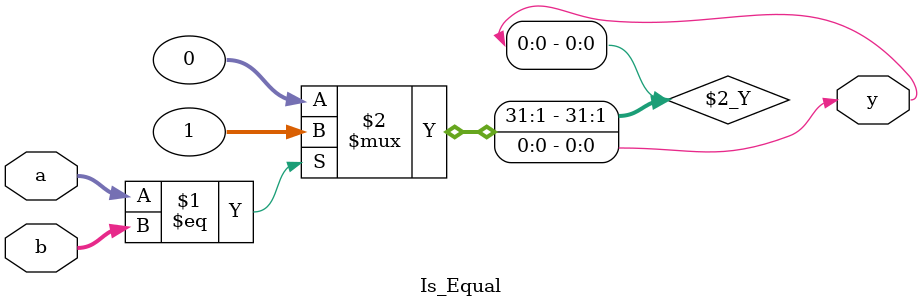
<source format=v>
`timescale 1ns / 1ps

module Is_Equal #(parameter WIDTH = 32)(
	/*
		Ä£¿éÃû³Æ£ºIs_Equal
		Ä£¿é¹¦ÄÜ£ºÅÐ¶ÏÁ½ÊýÊÇ·ñÏàµÈ
		ÊäÈë¶Ë¿Ú£º
			a		µÚÒ»²Ù×÷Êý
			b		µÚ¶þ²Ù×÷Êý
		Êä³ö¶Ë¿Ú£º
			y		Á½ÊýÏàµÈÊ±Îª 1£¬Á½Êý²»µÈÊ±Îª 0
	*/
	
	input 		[WIDTH - 1 : 0]		a,
	input 		[WIDTH - 1 : 0] 	b,

	output 							y
	);


	assign y = (a == b) ? 1 : 0;

endmodule
</source>
